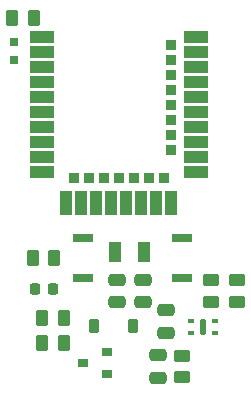
<source format=gtp>
G04 #@! TF.GenerationSoftware,KiCad,Pcbnew,7.0.9*
G04 #@! TF.CreationDate,2023-12-15T13:17:30+01:00*
G04 #@! TF.ProjectId,parasite,70617261-7369-4746-952e-6b696361645f,2.0.0*
G04 #@! TF.SameCoordinates,Original*
G04 #@! TF.FileFunction,Paste,Top*
G04 #@! TF.FilePolarity,Positive*
%FSLAX46Y46*%
G04 Gerber Fmt 4.6, Leading zero omitted, Abs format (unit mm)*
G04 Created by KiCad (PCBNEW 7.0.9) date 2023-12-15 13:17:30*
%MOMM*%
%LPD*%
G01*
G04 APERTURE LIST*
G04 Aperture macros list*
%AMRoundRect*
0 Rectangle with rounded corners*
0 $1 Rounding radius*
0 $2 $3 $4 $5 $6 $7 $8 $9 X,Y pos of 4 corners*
0 Add a 4 corners polygon primitive as box body*
4,1,4,$2,$3,$4,$5,$6,$7,$8,$9,$2,$3,0*
0 Add four circle primitives for the rounded corners*
1,1,$1+$1,$2,$3*
1,1,$1+$1,$4,$5*
1,1,$1+$1,$6,$7*
1,1,$1+$1,$8,$9*
0 Add four rect primitives between the rounded corners*
20,1,$1+$1,$2,$3,$4,$5,0*
20,1,$1+$1,$4,$5,$6,$7,0*
20,1,$1+$1,$6,$7,$8,$9,0*
20,1,$1+$1,$8,$9,$2,$3,0*%
G04 Aperture macros list end*
%ADD10RoundRect,0.250000X-0.475000X0.250000X-0.475000X-0.250000X0.475000X-0.250000X0.475000X0.250000X0*%
%ADD11RoundRect,0.250000X-0.450000X0.262500X-0.450000X-0.262500X0.450000X-0.262500X0.450000X0.262500X0*%
%ADD12RoundRect,0.250000X0.262500X0.450000X-0.262500X0.450000X-0.262500X-0.450000X0.262500X-0.450000X0*%
%ADD13R,0.900000X0.800000*%
%ADD14RoundRect,0.250000X-0.262500X-0.450000X0.262500X-0.450000X0.262500X0.450000X-0.262500X0.450000X0*%
%ADD15RoundRect,0.250000X0.475000X-0.250000X0.475000X0.250000X-0.475000X0.250000X-0.475000X-0.250000X0*%
%ADD16R,1.000000X1.800000*%
%ADD17RoundRect,0.218750X0.218750X0.256250X-0.218750X0.256250X-0.218750X-0.256250X0.218750X-0.256250X0*%
%ADD18RoundRect,0.250000X0.450000X-0.262500X0.450000X0.262500X-0.450000X0.262500X-0.450000X-0.262500X0*%
%ADD19RoundRect,0.087500X0.187500X0.087500X-0.187500X0.087500X-0.187500X-0.087500X0.187500X-0.087500X0*%
%ADD20RoundRect,0.125000X0.125000X0.575000X-0.125000X0.575000X-0.125000X-0.575000X0.125000X-0.575000X0*%
%ADD21RoundRect,0.087500X-0.187500X-0.087500X0.187500X-0.087500X0.187500X0.087500X-0.187500X0.087500X0*%
%ADD22RoundRect,0.225000X0.225000X0.375000X-0.225000X0.375000X-0.225000X-0.375000X0.225000X-0.375000X0*%
%ADD23R,2.000000X1.000000*%
%ADD24R,1.000000X2.000000*%
%ADD25R,0.900000X0.900000*%
%ADD26R,0.800000X0.800000*%
%ADD27R,1.700000X0.800000*%
G04 APERTURE END LIST*
D10*
X70300000Y-58450000D03*
X70300000Y-60350000D03*
D11*
X72300000Y-58487500D03*
X72300000Y-60312500D03*
D12*
X62312500Y-57400000D03*
X60487500Y-57400000D03*
D13*
X65936000Y-60050000D03*
X65936000Y-58150000D03*
X63936000Y-59100000D03*
D14*
X60487500Y-55300000D03*
X62312500Y-55300000D03*
D12*
X61512500Y-50202000D03*
X59687500Y-50202000D03*
D15*
X71000000Y-56550000D03*
X71000000Y-54650000D03*
D16*
X69138500Y-49694000D03*
X66638500Y-49694000D03*
D17*
X61405500Y-52869000D03*
X59830500Y-52869000D03*
D10*
X69000000Y-52069000D03*
X69000000Y-53969000D03*
D15*
X66800000Y-53946000D03*
X66800000Y-52046000D03*
D11*
X74800000Y-52106500D03*
X74800000Y-53931500D03*
D18*
X77000000Y-53931500D03*
X77000000Y-52106500D03*
D19*
X75105000Y-56544000D03*
X75105000Y-55544000D03*
D20*
X74080000Y-56044000D03*
D21*
X73055000Y-56544000D03*
X73055000Y-55544000D03*
D22*
X68150000Y-56000000D03*
X64850000Y-56000000D03*
D23*
X60468000Y-31542550D03*
X60468000Y-32812550D03*
X60468000Y-34082550D03*
X60468000Y-35352550D03*
X60468000Y-36622550D03*
X60468000Y-37892550D03*
X60468000Y-39162550D03*
X60468000Y-40432550D03*
X60468000Y-41702550D03*
X60468000Y-42972550D03*
D24*
X62528000Y-45572550D03*
D25*
X63158000Y-43472550D03*
D24*
X63798000Y-45572550D03*
D25*
X64428000Y-43472550D03*
D24*
X65068000Y-45572550D03*
D25*
X65698000Y-43472550D03*
D24*
X66338000Y-45572550D03*
D25*
X66968000Y-43472550D03*
D24*
X67608000Y-45572550D03*
D25*
X68238000Y-43472550D03*
D24*
X68878000Y-45572550D03*
D25*
X69508000Y-43472550D03*
D24*
X70148000Y-45572550D03*
D25*
X70778000Y-43472550D03*
D24*
X71418000Y-45572550D03*
D23*
X73468000Y-42972550D03*
X73468000Y-41702550D03*
D25*
X71368000Y-41067550D03*
D23*
X73468000Y-40432550D03*
D25*
X71368000Y-39797550D03*
D23*
X73468000Y-39162550D03*
D25*
X71368000Y-38527550D03*
D23*
X73468000Y-37892550D03*
D25*
X71368000Y-37257550D03*
D23*
X73468000Y-36622550D03*
D25*
X71368000Y-35987550D03*
D23*
X73468000Y-35352550D03*
D25*
X71368000Y-34717550D03*
D23*
X73468000Y-34082550D03*
D25*
X71368000Y-33447550D03*
D23*
X73468000Y-32812550D03*
D25*
X71368000Y-32177550D03*
D23*
X73468000Y-31542550D03*
D12*
X59752500Y-29882000D03*
X57927500Y-29882000D03*
D26*
X58078000Y-33426000D03*
X58078000Y-31926000D03*
D27*
X72302000Y-48502000D03*
X72302000Y-51902000D03*
X63920000Y-48502000D03*
X63920000Y-51902000D03*
M02*

</source>
